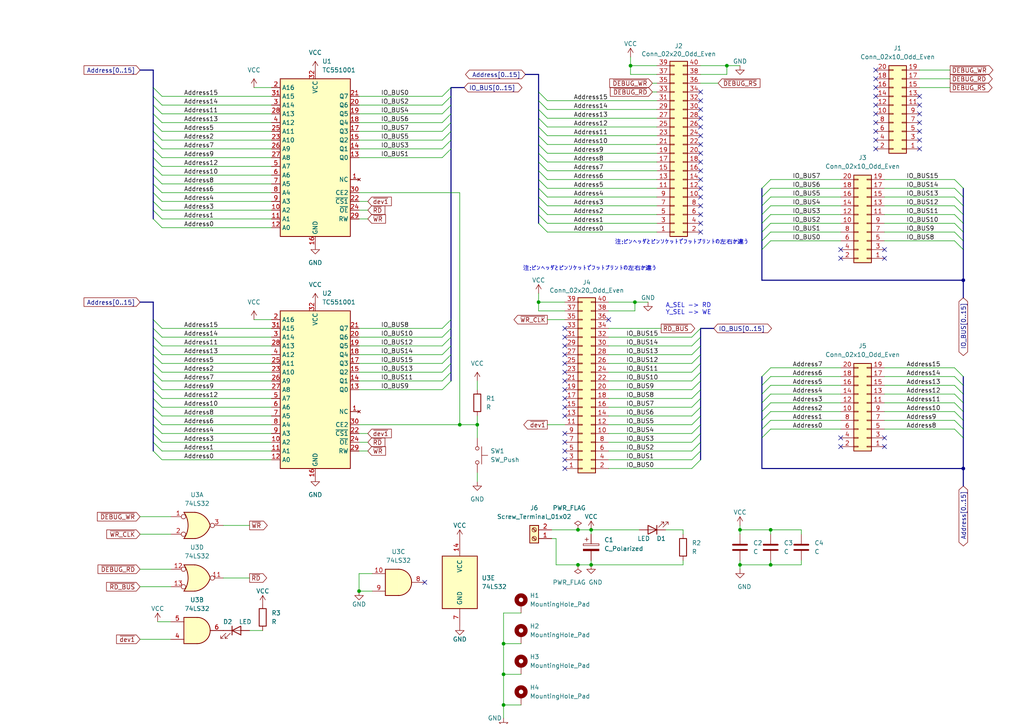
<source format=kicad_sch>
(kicad_sch (version 20211123) (generator eeschema)
  (paper "A4")
  (junction (at 146.05 204.47))
  (junction (at 184.15 87.63))
  (junction (at 146.05 186.69))
  (junction (at 104.14 171.45))
  (junction (at 171.45 163.83))
  (junction (at 223.52 153.67))
  (junction (at 167.64 163.83))
  (junction (at 156.21 87.63))
  (junction (at 279.4 81.28))
  (junction (at 279.4 135.89))
  (junction (at 171.45 153.67))
  (junction (at 214.63 163.83))
  (junction (at 133.35 123.19))
  (junction (at 167.64 153.67))
  (junction (at 182.88 19.05))
  (junction (at 210.82 19.05))
  (junction (at 214.63 153.67))
  (junction (at 138.43 123.19))
  (junction (at 223.52 163.83))
  (junction (at 146.05 195.58))
  (no_connect (at 163.83 107.95))
  (no_connect (at 203.2 29.21))
  (no_connect (at 203.2 62.23))
  (no_connect (at 243.84 127))
  (no_connect (at 243.84 72.39))
  (no_connect (at 203.2 36.83))
  (no_connect (at 243.84 129.54))
  (no_connect (at 254 43.18))
  (no_connect (at 163.83 100.33))
  (no_connect (at 203.2 59.69))
  (no_connect (at 203.2 46.99))
  (no_connect (at 163.83 115.57))
  (no_connect (at 203.2 67.31))
  (no_connect (at 203.2 57.15))
  (no_connect (at 266.7 40.64))
  (no_connect (at 163.83 95.25))
  (no_connect (at 176.53 92.71))
  (no_connect (at 256.54 129.54))
  (no_connect (at 203.2 54.61))
  (no_connect (at 163.83 110.49))
  (no_connect (at 266.7 43.18))
  (no_connect (at 254 40.64))
  (no_connect (at 243.84 74.93))
  (no_connect (at 203.2 44.45))
  (no_connect (at 254 38.1))
  (no_connect (at 266.7 30.48))
  (no_connect (at 254 33.02))
  (no_connect (at 254 35.56))
  (no_connect (at 266.7 27.94))
  (no_connect (at 254 25.4))
  (no_connect (at 254 27.94))
  (no_connect (at 254 20.32))
  (no_connect (at 254 22.86))
  (no_connect (at 266.7 38.1))
  (no_connect (at 266.7 35.56))
  (no_connect (at 266.7 33.02))
  (no_connect (at 123.19 168.91))
  (no_connect (at 203.2 39.37))
  (no_connect (at 163.83 102.87))
  (no_connect (at 254 30.48))
  (no_connect (at 203.2 31.75))
  (no_connect (at 163.83 128.27))
  (no_connect (at 163.83 130.81))
  (no_connect (at 163.83 133.35))
  (no_connect (at 163.83 125.73))
  (no_connect (at 163.83 135.89))
  (no_connect (at 163.83 113.03))
  (no_connect (at 203.2 26.67))
  (no_connect (at 256.54 127))
  (no_connect (at 203.2 34.29))
  (no_connect (at 163.83 97.79))
  (no_connect (at 163.83 105.41))
  (no_connect (at 163.83 120.65))
  (no_connect (at 256.54 72.39))
  (no_connect (at 203.2 64.77))
  (no_connect (at 203.2 49.53))
  (no_connect (at 163.83 118.11))
  (no_connect (at 256.54 74.93))
  (no_connect (at 203.2 52.07))
  (no_connect (at 203.2 41.91))
  (bus_entry (at 44.45 123.19) (size 2.54 2.54))
  (bus_entry (at 203.2 113.03) (size -2.54 2.54))
  (bus_entry (at 156.21 41.91) (size 2.54 2.54))
  (bus_entry (at 130.81 97.79) (size -2.54 2.54))
  (bus_entry (at 276.86 121.92) (size 2.54 2.54))
  (bus_entry (at 203.2 133.35) (size -2.54 2.54))
  (bus_entry (at 276.86 64.77) (size 2.54 2.54))
  (bus_entry (at 130.81 95.25) (size -2.54 2.54))
  (bus_entry (at 220.98 116.84) (size 2.54 -2.54))
  (bus_entry (at 220.98 62.23) (size 2.54 -2.54))
  (bus_entry (at 220.98 72.39) (size 2.54 -2.54))
  (bus_entry (at 276.86 54.61) (size 2.54 2.54))
  (bus_entry (at 130.81 107.95) (size -2.54 2.54))
  (bus_entry (at 220.98 111.76) (size 2.54 -2.54))
  (bus_entry (at 203.2 115.57) (size -2.54 2.54))
  (bus_entry (at 276.86 116.84) (size 2.54 2.54))
  (bus_entry (at 203.2 107.95) (size -2.54 2.54))
  (bus_entry (at 156.21 39.37) (size 2.54 2.54))
  (bus_entry (at 276.86 109.22) (size 2.54 2.54))
  (bus_entry (at 130.81 38.1) (size -2.54 2.54))
  (bus_entry (at 203.2 105.41) (size -2.54 2.54))
  (bus_entry (at 276.86 57.15) (size 2.54 2.54))
  (bus_entry (at 220.98 67.31) (size 2.54 -2.54))
  (bus_entry (at 203.2 123.19) (size -2.54 2.54))
  (bus_entry (at 156.21 62.23) (size 2.54 2.54))
  (bus_entry (at 156.21 34.29) (size 2.54 2.54))
  (bus_entry (at 156.21 46.99) (size 2.54 2.54))
  (bus_entry (at 156.21 49.53) (size 2.54 2.54))
  (bus_entry (at 44.45 30.48) (size 2.54 2.54))
  (bus_entry (at 130.81 92.71) (size -2.54 2.54))
  (bus_entry (at 203.2 120.65) (size -2.54 2.54))
  (bus_entry (at 156.21 52.07) (size 2.54 2.54))
  (bus_entry (at 156.21 44.45) (size 2.54 2.54))
  (bus_entry (at 203.2 95.25) (size -2.54 2.54))
  (bus_entry (at 220.98 114.3) (size 2.54 -2.54))
  (bus_entry (at 220.98 109.22) (size 2.54 -2.54))
  (bus_entry (at 203.2 102.87) (size -2.54 2.54))
  (bus_entry (at 44.45 55.88) (size 2.54 2.54))
  (bus_entry (at 156.21 36.83) (size 2.54 2.54))
  (bus_entry (at 203.2 110.49) (size -2.54 2.54))
  (bus_entry (at 220.98 127) (size 2.54 -2.54))
  (bus_entry (at 44.45 113.03) (size 2.54 2.54))
  (bus_entry (at 44.45 63.5) (size 2.54 2.54))
  (bus_entry (at 44.45 58.42) (size 2.54 2.54))
  (bus_entry (at 130.81 110.49) (size -2.54 2.54))
  (bus_entry (at 130.81 30.48) (size -2.54 2.54))
  (bus_entry (at 44.45 43.18) (size 2.54 2.54))
  (bus_entry (at 220.98 69.85) (size 2.54 -2.54))
  (bus_entry (at 276.86 59.69) (size 2.54 2.54))
  (bus_entry (at 276.86 124.46) (size 2.54 2.54))
  (bus_entry (at 44.45 27.94) (size 2.54 2.54))
  (bus_entry (at 203.2 128.27) (size -2.54 2.54))
  (bus_entry (at 44.45 110.49) (size 2.54 2.54))
  (bus_entry (at 156.21 26.67) (size 2.54 2.54))
  (bus_entry (at 276.86 67.31) (size 2.54 2.54))
  (bus_entry (at 44.45 45.72) (size 2.54 2.54))
  (bus_entry (at 276.86 52.07) (size 2.54 2.54))
  (bus_entry (at 276.86 106.68) (size 2.54 2.54))
  (bus_entry (at 220.98 59.69) (size 2.54 -2.54))
  (bus_entry (at 44.45 100.33) (size 2.54 2.54))
  (bus_entry (at 130.81 102.87) (size -2.54 2.54))
  (bus_entry (at 44.45 40.64) (size 2.54 2.54))
  (bus_entry (at 44.45 50.8) (size 2.54 2.54))
  (bus_entry (at 203.2 100.33) (size -2.54 2.54))
  (bus_entry (at 44.45 120.65) (size 2.54 2.54))
  (bus_entry (at 203.2 125.73) (size -2.54 2.54))
  (bus_entry (at 156.21 29.21) (size 2.54 2.54))
  (bus_entry (at 44.45 105.41) (size 2.54 2.54))
  (bus_entry (at 44.45 128.27) (size 2.54 2.54))
  (bus_entry (at 130.81 25.4) (size -2.54 2.54))
  (bus_entry (at 130.81 43.18) (size -2.54 2.54))
  (bus_entry (at 44.45 25.4) (size 2.54 2.54))
  (bus_entry (at 44.45 107.95) (size 2.54 2.54))
  (bus_entry (at 44.45 125.73) (size 2.54 2.54))
  (bus_entry (at 44.45 60.96) (size 2.54 2.54))
  (bus_entry (at 44.45 53.34) (size 2.54 2.54))
  (bus_entry (at 156.21 54.61) (size 2.54 2.54))
  (bus_entry (at 220.98 121.92) (size 2.54 -2.54))
  (bus_entry (at 130.81 105.41) (size -2.54 2.54))
  (bus_entry (at 220.98 57.15) (size 2.54 -2.54))
  (bus_entry (at 44.45 115.57) (size 2.54 2.54))
  (bus_entry (at 220.98 54.61) (size 2.54 -2.54))
  (bus_entry (at 44.45 92.71) (size 2.54 2.54))
  (bus_entry (at 44.45 130.81) (size 2.54 2.54))
  (bus_entry (at 156.21 59.69) (size 2.54 2.54))
  (bus_entry (at 130.81 33.02) (size -2.54 2.54))
  (bus_entry (at 220.98 64.77) (size 2.54 -2.54))
  (bus_entry (at 44.45 118.11) (size 2.54 2.54))
  (bus_entry (at 44.45 35.56) (size 2.54 2.54))
  (bus_entry (at 156.21 31.75) (size 2.54 2.54))
  (bus_entry (at 156.21 64.77) (size 2.54 2.54))
  (bus_entry (at 44.45 97.79) (size 2.54 2.54))
  (bus_entry (at 276.86 62.23) (size 2.54 2.54))
  (bus_entry (at 276.86 114.3) (size 2.54 2.54))
  (bus_entry (at 203.2 130.81) (size -2.54 2.54))
  (bus_entry (at 44.45 95.25) (size 2.54 2.54))
  (bus_entry (at 276.86 111.76) (size 2.54 2.54))
  (bus_entry (at 203.2 97.79) (size -2.54 2.54))
  (bus_entry (at 130.81 100.33) (size -2.54 2.54))
  (bus_entry (at 220.98 124.46) (size 2.54 -2.54))
  (bus_entry (at 220.98 119.38) (size 2.54 -2.54))
  (bus_entry (at 130.81 27.94) (size -2.54 2.54))
  (bus_entry (at 276.86 119.38) (size 2.54 2.54))
  (bus_entry (at 44.45 48.26) (size 2.54 2.54))
  (bus_entry (at 44.45 102.87) (size 2.54 2.54))
  (bus_entry (at 276.86 69.85) (size 2.54 2.54))
  (bus_entry (at 44.45 38.1) (size 2.54 2.54))
  (bus_entry (at 130.81 35.56) (size -2.54 2.54))
  (bus_entry (at 130.81 40.64) (size -2.54 2.54))
  (bus_entry (at 44.45 33.02) (size 2.54 2.54))
  (bus_entry (at 203.2 118.11) (size -2.54 2.54))
  (bus_entry (at 156.21 57.15) (size 2.54 2.54))
  (wire (pts (xy 223.52 163.83) (xy 232.41 163.83)))
  (wire (pts (xy 214.63 153.67) (xy 214.63 152.4)))
  (wire (pts (xy 182.88 16.51) (xy 182.88 19.05)))
  (wire (pts (xy 46.99 40.64) (xy 78.74 40.64)))
  (bus (pts (xy 44.45 33.02) (xy 44.45 35.56)))
  (bus (pts (xy 130.81 40.64) (xy 130.81 43.18)))
  (wire (pts (xy 46.99 53.34) (xy 78.74 53.34)))
  (wire (pts (xy 171.45 163.83) (xy 198.12 163.83)))
  (wire (pts (xy 46.99 102.87) (xy 78.74 102.87)))
  (bus (pts (xy 220.98 124.46) (xy 220.98 127)))
  (bus (pts (xy 44.45 87.63) (xy 44.45 92.71)))
  (wire (pts (xy 128.27 43.18) (xy 104.14 43.18)))
  (bus (pts (xy 220.98 111.76) (xy 220.98 114.3)))
  (wire (pts (xy 214.63 163.83) (xy 223.52 163.83)))
  (wire (pts (xy 128.27 102.87) (xy 104.14 102.87)))
  (wire (pts (xy 223.52 119.38) (xy 243.84 119.38)))
  (bus (pts (xy 220.98 119.38) (xy 220.98 121.92)))
  (wire (pts (xy 223.52 67.31) (xy 243.84 67.31)))
  (wire (pts (xy 200.66 130.81) (xy 176.53 130.81)))
  (bus (pts (xy 130.81 102.87) (xy 130.81 105.41)))
  (wire (pts (xy 146.05 186.69) (xy 151.13 186.69)))
  (wire (pts (xy 158.75 49.53) (xy 190.5 49.53)))
  (bus (pts (xy 220.98 72.39) (xy 220.98 81.28)))
  (wire (pts (xy 158.75 92.71) (xy 163.83 92.71)))
  (bus (pts (xy 279.4 124.46) (xy 279.4 127)))
  (wire (pts (xy 46.99 118.11) (xy 78.74 118.11)))
  (bus (pts (xy 220.98 67.31) (xy 220.98 69.85)))
  (wire (pts (xy 46.99 58.42) (xy 78.74 58.42)))
  (wire (pts (xy 46.99 33.02) (xy 78.74 33.02)))
  (bus (pts (xy 279.4 54.61) (xy 279.4 57.15)))
  (wire (pts (xy 73.66 25.4) (xy 78.74 25.4)))
  (wire (pts (xy 256.54 121.92) (xy 276.86 121.92)))
  (wire (pts (xy 208.28 24.13) (xy 203.2 24.13)))
  (bus (pts (xy 44.45 113.03) (xy 44.45 115.57)))
  (wire (pts (xy 200.66 133.35) (xy 176.53 133.35)))
  (bus (pts (xy 44.45 35.56) (xy 44.45 38.1)))
  (bus (pts (xy 203.2 120.65) (xy 203.2 123.19)))
  (wire (pts (xy 106.68 128.27) (xy 104.14 128.27)))
  (wire (pts (xy 214.63 153.67) (xy 214.63 154.94)))
  (wire (pts (xy 46.99 43.18) (xy 78.74 43.18)))
  (bus (pts (xy 203.2 125.73) (xy 203.2 128.27)))
  (wire (pts (xy 46.99 45.72) (xy 78.74 45.72)))
  (wire (pts (xy 190.5 21.59) (xy 182.88 21.59)))
  (wire (pts (xy 200.66 110.49) (xy 176.53 110.49)))
  (bus (pts (xy 44.45 48.26) (xy 44.45 50.8)))
  (bus (pts (xy 220.98 127) (xy 220.98 135.89)))
  (wire (pts (xy 256.54 54.61) (xy 276.86 54.61)))
  (wire (pts (xy 214.63 162.56) (xy 214.63 163.83)))
  (bus (pts (xy 220.98 54.61) (xy 220.98 57.15)))
  (bus (pts (xy 279.4 72.39) (xy 279.4 81.28)))
  (bus (pts (xy 44.45 120.65) (xy 44.45 123.19)))
  (bus (pts (xy 203.2 115.57) (xy 203.2 118.11)))
  (bus (pts (xy 44.45 100.33) (xy 44.45 102.87)))
  (bus (pts (xy 279.4 111.76) (xy 279.4 114.3)))
  (bus (pts (xy 156.21 57.15) (xy 156.21 59.69)))
  (bus (pts (xy 156.21 52.07) (xy 156.21 54.61)))
  (bus (pts (xy 44.45 50.8) (xy 44.45 53.34)))
  (wire (pts (xy 40.64 149.86) (xy 49.53 149.86)))
  (bus (pts (xy 44.45 118.11) (xy 44.45 120.65)))
  (bus (pts (xy 44.45 27.94) (xy 44.45 30.48)))
  (wire (pts (xy 223.52 106.68) (xy 243.84 106.68)))
  (wire (pts (xy 193.04 153.67) (xy 198.12 153.67)))
  (bus (pts (xy 156.21 34.29) (xy 156.21 36.83)))
  (wire (pts (xy 161.29 163.83) (xy 167.64 163.83)))
  (wire (pts (xy 156.21 85.09) (xy 156.21 87.63)))
  (wire (pts (xy 200.66 135.89) (xy 176.53 135.89)))
  (wire (pts (xy 161.29 156.21) (xy 161.29 163.83)))
  (bus (pts (xy 44.45 97.79) (xy 44.45 100.33)))
  (wire (pts (xy 200.66 107.95) (xy 176.53 107.95)))
  (wire (pts (xy 256.54 52.07) (xy 276.86 52.07)))
  (bus (pts (xy 220.98 69.85) (xy 220.98 72.39)))
  (wire (pts (xy 158.75 36.83) (xy 190.5 36.83)))
  (wire (pts (xy 106.68 63.5) (xy 104.14 63.5)))
  (wire (pts (xy 46.99 48.26) (xy 78.74 48.26)))
  (wire (pts (xy 128.27 110.49) (xy 104.14 110.49)))
  (wire (pts (xy 146.05 204.47) (xy 146.05 208.28)))
  (bus (pts (xy 44.45 92.71) (xy 44.45 95.25)))
  (bus (pts (xy 203.2 102.87) (xy 203.2 105.41)))
  (wire (pts (xy 128.27 100.33) (xy 104.14 100.33)))
  (wire (pts (xy 76.2 182.88) (xy 72.39 182.88)))
  (wire (pts (xy 158.75 44.45) (xy 190.5 44.45)))
  (wire (pts (xy 40.64 170.18) (xy 49.53 170.18)))
  (wire (pts (xy 46.99 97.79) (xy 78.74 97.79)))
  (wire (pts (xy 223.52 69.85) (xy 243.84 69.85)))
  (bus (pts (xy 203.2 97.79) (xy 203.2 100.33)))
  (bus (pts (xy 279.4 127) (xy 279.4 135.89)))
  (wire (pts (xy 256.54 64.77) (xy 276.86 64.77)))
  (wire (pts (xy 200.66 125.73) (xy 176.53 125.73)))
  (wire (pts (xy 223.52 62.23) (xy 243.84 62.23)))
  (bus (pts (xy 220.98 109.22) (xy 220.98 111.76)))
  (bus (pts (xy 203.2 95.25) (xy 203.2 97.79)))
  (bus (pts (xy 279.4 69.85) (xy 279.4 72.39)))
  (wire (pts (xy 223.52 52.07) (xy 243.84 52.07)))
  (bus (pts (xy 44.45 110.49) (xy 44.45 113.03)))
  (bus (pts (xy 203.2 110.49) (xy 203.2 113.03)))
  (bus (pts (xy 44.45 115.57) (xy 44.45 118.11)))
  (bus (pts (xy 203.2 128.27) (xy 203.2 130.81)))
  (bus (pts (xy 44.45 107.95) (xy 44.45 110.49)))
  (bus (pts (xy 130.81 100.33) (xy 130.81 102.87)))
  (bus (pts (xy 220.98 64.77) (xy 220.98 67.31)))
  (bus (pts (xy 130.81 33.02) (xy 130.81 35.56)))
  (wire (pts (xy 232.41 162.56) (xy 232.41 163.83)))
  (bus (pts (xy 203.2 130.81) (xy 203.2 133.35)))
  (wire (pts (xy 104.14 166.37) (xy 104.14 171.45)))
  (wire (pts (xy 256.54 106.68) (xy 276.86 106.68)))
  (bus (pts (xy 130.81 30.48) (xy 130.81 33.02)))
  (wire (pts (xy 171.45 153.67) (xy 171.45 154.94)))
  (wire (pts (xy 46.99 107.95) (xy 78.74 107.95)))
  (bus (pts (xy 156.21 59.69) (xy 156.21 62.23)))
  (bus (pts (xy 130.81 38.1) (xy 130.81 40.64)))
  (wire (pts (xy 158.75 123.19) (xy 163.83 123.19)))
  (bus (pts (xy 44.45 20.32) (xy 44.45 25.4)))
  (wire (pts (xy 128.27 35.56) (xy 104.14 35.56)))
  (wire (pts (xy 46.99 30.48) (xy 78.74 30.48)))
  (wire (pts (xy 200.66 113.03) (xy 176.53 113.03)))
  (bus (pts (xy 44.45 30.48) (xy 44.45 33.02)))
  (wire (pts (xy 106.68 125.73) (xy 104.14 125.73)))
  (wire (pts (xy 200.66 105.41) (xy 176.53 105.41)))
  (bus (pts (xy 134.62 25.4) (xy 130.81 25.4)))
  (wire (pts (xy 210.82 21.59) (xy 203.2 21.59)))
  (wire (pts (xy 158.75 39.37) (xy 190.5 39.37)))
  (bus (pts (xy 279.4 62.23) (xy 279.4 64.77)))
  (wire (pts (xy 232.41 154.94) (xy 232.41 153.67)))
  (wire (pts (xy 198.12 162.56) (xy 198.12 163.83)))
  (wire (pts (xy 146.05 195.58) (xy 146.05 204.47)))
  (bus (pts (xy 156.21 21.59) (xy 156.21 26.67)))
  (bus (pts (xy 156.21 46.99) (xy 156.21 49.53)))
  (wire (pts (xy 46.99 55.88) (xy 78.74 55.88)))
  (bus (pts (xy 44.45 123.19) (xy 44.45 125.73)))
  (wire (pts (xy 104.14 171.45) (xy 107.95 171.45)))
  (wire (pts (xy 40.64 185.42) (xy 49.53 185.42)))
  (wire (pts (xy 46.99 125.73) (xy 78.74 125.73)))
  (wire (pts (xy 46.99 100.33) (xy 78.74 100.33)))
  (wire (pts (xy 46.99 115.57) (xy 78.74 115.57)))
  (bus (pts (xy 130.81 92.71) (xy 130.81 95.25)))
  (wire (pts (xy 184.15 87.63) (xy 176.53 87.63)))
  (wire (pts (xy 138.43 120.65) (xy 138.43 123.19)))
  (bus (pts (xy 44.45 38.1) (xy 44.45 40.64)))
  (wire (pts (xy 214.63 19.05) (xy 210.82 19.05)))
  (wire (pts (xy 46.99 50.8) (xy 78.74 50.8)))
  (wire (pts (xy 158.75 41.91) (xy 190.5 41.91)))
  (wire (pts (xy 256.54 116.84) (xy 276.86 116.84)))
  (wire (pts (xy 158.75 52.07) (xy 190.5 52.07)))
  (wire (pts (xy 214.63 163.83) (xy 214.63 165.1)))
  (wire (pts (xy 200.66 97.79) (xy 176.53 97.79)))
  (wire (pts (xy 200.66 102.87) (xy 176.53 102.87)))
  (wire (pts (xy 232.41 153.67) (xy 223.52 153.67)))
  (wire (pts (xy 133.35 55.88) (xy 133.35 123.19)))
  (wire (pts (xy 133.35 123.19) (xy 138.43 123.19)))
  (wire (pts (xy 160.02 156.21) (xy 161.29 156.21)))
  (bus (pts (xy 279.4 64.77) (xy 279.4 67.31)))
  (wire (pts (xy 45.72 180.34) (xy 49.53 180.34)))
  (wire (pts (xy 158.75 31.75) (xy 190.5 31.75)))
  (wire (pts (xy 158.75 59.69) (xy 190.5 59.69)))
  (wire (pts (xy 128.27 33.02) (xy 104.14 33.02)))
  (bus (pts (xy 40.64 20.32) (xy 44.45 20.32)))
  (bus (pts (xy 44.45 105.41) (xy 44.45 107.95)))
  (wire (pts (xy 46.99 113.03) (xy 78.74 113.03)))
  (wire (pts (xy 146.05 204.47) (xy 151.13 204.47)))
  (bus (pts (xy 220.98 116.84) (xy 220.98 119.38)))
  (wire (pts (xy 106.68 130.81) (xy 104.14 130.81)))
  (bus (pts (xy 156.21 62.23) (xy 156.21 64.77)))
  (bus (pts (xy 40.64 87.63) (xy 44.45 87.63)))
  (bus (pts (xy 279.4 116.84) (xy 279.4 119.38)))
  (wire (pts (xy 128.27 40.64) (xy 104.14 40.64)))
  (wire (pts (xy 40.64 154.94) (xy 49.53 154.94)))
  (wire (pts (xy 185.42 153.67) (xy 171.45 153.67)))
  (wire (pts (xy 167.64 163.83) (xy 171.45 163.83)))
  (bus (pts (xy 203.2 100.33) (xy 203.2 102.87)))
  (bus (pts (xy 279.4 67.31) (xy 279.4 69.85)))
  (wire (pts (xy 223.52 59.69) (xy 243.84 59.69)))
  (wire (pts (xy 200.66 120.65) (xy 176.53 120.65)))
  (bus (pts (xy 130.81 35.56) (xy 130.81 38.1)))
  (wire (pts (xy 256.54 69.85) (xy 276.86 69.85)))
  (bus (pts (xy 130.81 97.79) (xy 130.81 100.33)))
  (bus (pts (xy 44.45 128.27) (xy 44.45 130.81)))
  (wire (pts (xy 184.15 90.17) (xy 176.53 90.17)))
  (bus (pts (xy 130.81 105.41) (xy 130.81 107.95)))
  (wire (pts (xy 163.83 87.63) (xy 156.21 87.63)))
  (wire (pts (xy 210.82 19.05) (xy 203.2 19.05)))
  (wire (pts (xy 158.75 62.23) (xy 190.5 62.23)))
  (wire (pts (xy 256.54 67.31) (xy 276.86 67.31)))
  (bus (pts (xy 156.21 41.91) (xy 156.21 44.45)))
  (bus (pts (xy 156.21 54.61) (xy 156.21 57.15)))
  (bus (pts (xy 130.81 27.94) (xy 130.81 30.48)))
  (wire (pts (xy 128.27 27.94) (xy 104.14 27.94)))
  (wire (pts (xy 256.54 62.23) (xy 276.86 62.23)))
  (bus (pts (xy 220.98 62.23) (xy 220.98 64.77)))
  (wire (pts (xy 104.14 123.19) (xy 133.35 123.19)))
  (bus (pts (xy 44.45 40.64) (xy 44.45 43.18)))
  (wire (pts (xy 223.52 162.56) (xy 223.52 163.83)))
  (bus (pts (xy 44.45 95.25) (xy 44.45 97.79)))
  (wire (pts (xy 40.64 165.1) (xy 49.53 165.1)))
  (wire (pts (xy 210.82 19.05) (xy 210.82 21.59)))
  (wire (pts (xy 191.77 95.25) (xy 176.53 95.25)))
  (wire (pts (xy 200.66 100.33) (xy 176.53 100.33)))
  (wire (pts (xy 46.99 60.96) (xy 78.74 60.96)))
  (wire (pts (xy 138.43 110.49) (xy 138.43 113.03)))
  (bus (pts (xy 203.2 118.11) (xy 203.2 120.65)))
  (wire (pts (xy 106.68 58.42) (xy 104.14 58.42)))
  (wire (pts (xy 200.66 123.19) (xy 176.53 123.19)))
  (bus (pts (xy 279.4 81.28) (xy 279.4 86.36)))
  (wire (pts (xy 128.27 113.03) (xy 104.14 113.03)))
  (wire (pts (xy 46.99 66.04) (xy 78.74 66.04)))
  (bus (pts (xy 44.45 58.42) (xy 44.45 60.96)))
  (wire (pts (xy 46.99 38.1) (xy 78.74 38.1)))
  (wire (pts (xy 73.66 92.71) (xy 78.74 92.71)))
  (bus (pts (xy 156.21 39.37) (xy 156.21 41.91)))
  (wire (pts (xy 138.43 139.7) (xy 138.43 137.16)))
  (wire (pts (xy 190.5 24.13) (xy 189.23 24.13)))
  (wire (pts (xy 223.52 109.22) (xy 243.84 109.22)))
  (wire (pts (xy 46.99 110.49) (xy 78.74 110.49)))
  (bus (pts (xy 203.2 113.03) (xy 203.2 115.57)))
  (bus (pts (xy 220.98 59.69) (xy 220.98 62.23)))
  (wire (pts (xy 200.66 128.27) (xy 176.53 128.27)))
  (bus (pts (xy 156.21 26.67) (xy 156.21 29.21)))
  (wire (pts (xy 128.27 95.25) (xy 104.14 95.25)))
  (wire (pts (xy 223.52 124.46) (xy 243.84 124.46)))
  (wire (pts (xy 275.59 22.86) (xy 266.7 22.86)))
  (bus (pts (xy 220.98 135.89) (xy 279.4 135.89)))
  (wire (pts (xy 128.27 105.41) (xy 104.14 105.41)))
  (wire (pts (xy 223.52 114.3) (xy 243.84 114.3)))
  (wire (pts (xy 128.27 30.48) (xy 104.14 30.48)))
  (wire (pts (xy 198.12 153.67) (xy 198.12 154.94)))
  (wire (pts (xy 138.43 123.19) (xy 138.43 127)))
  (wire (pts (xy 158.75 57.15) (xy 190.5 57.15)))
  (bus (pts (xy 130.81 95.25) (xy 130.81 97.79)))
  (wire (pts (xy 200.66 115.57) (xy 176.53 115.57)))
  (bus (pts (xy 44.45 55.88) (xy 44.45 58.42)))
  (bus (pts (xy 220.98 81.28) (xy 279.4 81.28)))
  (bus (pts (xy 203.2 107.95) (xy 203.2 110.49)))
  (wire (pts (xy 223.52 153.67) (xy 214.63 153.67)))
  (bus (pts (xy 156.21 36.83) (xy 156.21 39.37)))
  (wire (pts (xy 46.99 95.25) (xy 78.74 95.25)))
  (bus (pts (xy 156.21 29.21) (xy 156.21 31.75)))
  (wire (pts (xy 107.95 166.37) (xy 104.14 166.37)))
  (wire (pts (xy 256.54 57.15) (xy 276.86 57.15)))
  (wire (pts (xy 223.52 111.76) (xy 243.84 111.76)))
  (bus (pts (xy 156.21 31.75) (xy 156.21 34.29)))
  (wire (pts (xy 46.99 105.41) (xy 78.74 105.41)))
  (wire (pts (xy 46.99 120.65) (xy 78.74 120.65)))
  (bus (pts (xy 279.4 59.69) (xy 279.4 62.23)))
  (wire (pts (xy 146.05 195.58) (xy 151.13 195.58)))
  (bus (pts (xy 279.4 121.92) (xy 279.4 124.46)))
  (bus (pts (xy 279.4 114.3) (xy 279.4 116.84)))
  (wire (pts (xy 158.75 64.77) (xy 190.5 64.77)))
  (wire (pts (xy 187.96 87.63) (xy 184.15 87.63)))
  (wire (pts (xy 158.75 46.99) (xy 190.5 46.99)))
  (bus (pts (xy 207.01 95.25) (xy 203.2 95.25)))
  (bus (pts (xy 44.45 125.73) (xy 44.45 128.27)))
  (wire (pts (xy 46.99 130.81) (xy 78.74 130.81)))
  (wire (pts (xy 128.27 38.1) (xy 104.14 38.1)))
  (bus (pts (xy 220.98 114.3) (xy 220.98 116.84)))
  (wire (pts (xy 223.52 57.15) (xy 243.84 57.15)))
  (bus (pts (xy 220.98 57.15) (xy 220.98 59.69)))
  (wire (pts (xy 223.52 121.92) (xy 243.84 121.92)))
  (bus (pts (xy 203.2 105.41) (xy 203.2 107.95)))
  (bus (pts (xy 130.81 25.4) (xy 130.81 27.94)))
  (wire (pts (xy 256.54 124.46) (xy 276.86 124.46)))
  (wire (pts (xy 146.05 177.8) (xy 146.05 186.69)))
  (wire (pts (xy 64.77 167.64) (xy 72.39 167.64)))
  (bus (pts (xy 279.4 57.15) (xy 279.4 59.69)))
  (wire (pts (xy 184.15 87.63) (xy 184.15 90.17)))
  (wire (pts (xy 256.54 114.3) (xy 276.86 114.3)))
  (wire (pts (xy 158.75 29.21) (xy 190.5 29.21)))
  (wire (pts (xy 128.27 107.95) (xy 104.14 107.95)))
  (bus (pts (xy 44.45 60.96) (xy 44.45 63.5)))
  (wire (pts (xy 64.77 152.4) (xy 72.39 152.4)))
  (wire (pts (xy 46.99 35.56) (xy 78.74 35.56)))
  (bus (pts (xy 44.45 53.34) (xy 44.45 55.88)))
  (wire (pts (xy 160.02 153.67) (xy 167.64 153.67)))
  (wire (pts (xy 200.66 118.11) (xy 176.53 118.11)))
  (wire (pts (xy 46.99 27.94) (xy 78.74 27.94)))
  (bus (pts (xy 279.4 109.22) (xy 279.4 111.76)))
  (wire (pts (xy 190.5 26.67) (xy 189.23 26.67)))
  (wire (pts (xy 223.52 116.84) (xy 243.84 116.84)))
  (bus (pts (xy 156.21 44.45) (xy 156.21 46.99)))
  (wire (pts (xy 167.64 153.67) (xy 171.45 153.67)))
  (bus (pts (xy 130.81 43.18) (xy 130.81 92.71)))
  (bus (pts (xy 44.45 25.4) (xy 44.45 27.94)))
  (bus (pts (xy 44.45 45.72) (xy 44.45 48.26)))
  (wire (pts (xy 146.05 186.69) (xy 146.05 195.58)))
  (wire (pts (xy 106.68 60.96) (xy 104.14 60.96)))
  (bus (pts (xy 220.98 121.92) (xy 220.98 124.46)))
  (wire (pts (xy 128.27 45.72) (xy 104.14 45.72)))
  (bus (pts (xy 130.81 107.95) (xy 130.81 110.49)))
  (bus (pts (xy 203.2 123.19) (xy 203.2 125.73)))
  (wire (pts (xy 151.13 177.8) (xy 146.05 177.8)))
  (wire (pts (xy 158.75 54.61) (xy 190.5 54.61)))
  (wire (pts (xy 156.21 87.63) (xy 156.21 90.17)))
  (bus (pts (xy 152.4 21.59) (xy 156.21 21.59)))
  (wire (pts (xy 256.54 59.69) (xy 276.86 59.69)))
  (bus (pts (xy 279.4 119.38) (xy 279.4 121.92)))
  (wire (pts (xy 46.99 128.27) (xy 78.74 128.27)))
  (wire (pts (xy 256.54 119.38) (xy 276.86 119.38)))
  (wire (pts (xy 46.99 123.19) (xy 78.74 123.19)))
  (wire (pts (xy 158.75 34.29) (xy 190.5 34.29)))
  (bus (pts (xy 279.4 135.89) (xy 279.4 140.97)))
  (wire (pts (xy 275.59 25.4) (xy 266.7 25.4)))
  (wire (pts (xy 104.14 55.88) (xy 133.35 55.88)))
  (wire (pts (xy 190.5 19.05) (xy 182.88 19.05)))
  (wire (pts (xy 223.52 153.67) (xy 223.52 154.94)))
  (wire (pts (xy 163.83 90.17) (xy 156.21 90.17)))
  (wire (pts (xy 256.54 109.22) (xy 276.86 109.22)))
  (bus (pts (xy 156.21 49.53) (xy 156.21 52.07)))
  (wire (pts (xy 171.45 162.56) (xy 171.45 163.83)))
  (bus (pts (xy 44.45 43.18) (xy 44.45 45.72)))
  (wire (pts (xy 128.27 97.79) (xy 104.14 97.79)))
  (wire (pts (xy 223.52 64.77) (xy 243.84 64.77)))
  (wire (pts (xy 256.54 111.76) (xy 276.86 111.76)))
  (wire (pts (xy 182.88 19.05) (xy 182.88 21.59)))
  (wire (pts (xy 158.75 67.31) (xy 190.5 67.31)))
  (wire (pts (xy 275.59 20.32) (xy 266.7 20.32)))
  (bus (pts (xy 44.45 102.87) (xy 44.45 105.41)))
  (wire (pts (xy 46.99 63.5) (xy 78.74 63.5)))
  (wire (pts (xy 46.99 133.35) (xy 78.74 133.35)))
  (wire (pts (xy 223.52 54.61) (xy 243.84 54.61)))
  (text "注:ピンヘッダとピンソケットでフットプリントの左右が違う" (at 190.5 78.74 180) (effects (font (size 1.27 1.27)) (justify right bottom)))
  (text "A_SEL -> RD\nY_SEL -> WE" (at 193.04 91.44 0) (effects (font (size 1.27 1.27)) (justify left bottom)))
  (text "注:ピンヘッダとピンソケットでフットプリントの左右が違う" (at 217.17 71.12 180) (effects (font (size 1.27 1.27)) (justify right bottom)))
  (label "Address13" (at 53.34 102.87 0))
  (label "Address7" (at 53.34 43.18 0))
  (label "Address8" (at 53.34 53.34 0))
  (label "Address0" (at 229.87 124.46 0))
  (label "Address15" (at 262.89 106.68 0))
  (label "Address12" (at 53.34 48.26 0))
  (label "IO_BUS5" (at 229.87 57.15 0))
  (label "IO_BUS3" (at 110.49 43.18 0))
  (label "Address5" (at 53.34 38.1 0))
  (label "IO_BUS9" (at 110.49 113.03 0))
  (label "Address14" (at 166.37 31.75 0))
  (label "IO_BUS7" (at 229.87 52.07 0))
  (label "IO_BUS1" (at 181.61 133.35 0))
  (label "Address11" (at 262.89 116.84 0))
  (label "IO_BUS6" (at 181.61 120.65 0))
  (label "Address11" (at 53.34 100.33 0))
  (label "IO_BUS3" (at 229.87 62.23 0))
  (label "Address10" (at 53.34 118.11 0))
  (label "Address13" (at 53.34 35.56 0))
  (label "Address10" (at 262.89 119.38 0))
  (label "Address4" (at 53.34 125.73 0))
  (label "Address8" (at 262.89 124.46 0))
  (label "IO_BUS15" (at 262.89 52.07 0))
  (label "IO_BUS2" (at 229.87 64.77 0))
  (label "IO_BUS13" (at 181.61 102.87 0))
  (label "Address14" (at 53.34 97.79 0))
  (label "Address2" (at 53.34 40.64 0))
  (label "IO_BUS2" (at 181.61 130.81 0))
  (label "Address3" (at 53.34 60.96 0))
  (label "Address1" (at 53.34 130.81 0))
  (label "IO_BUS4" (at 229.87 59.69 0))
  (label "Address6" (at 229.87 109.22 0))
  (label "IO_BUS10" (at 110.49 97.79 0))
  (label "Address8" (at 166.37 46.99 0))
  (label "Address15" (at 53.34 95.25 0))
  (label "IO_BUS2" (at 110.49 30.48 0))
  (label "IO_BUS7" (at 110.49 38.1 0))
  (label "Address2" (at 53.34 107.95 0))
  (label "Address12" (at 262.89 114.3 0))
  (label "Address10" (at 166.37 41.91 0))
  (label "IO_BUS9" (at 262.89 67.31 0))
  (label "IO_BUS14" (at 262.89 54.61 0))
  (label "Address9" (at 53.34 45.72 0))
  (label "IO_BUS4" (at 110.49 33.02 0))
  (label "Address11" (at 53.34 33.02 0))
  (label "Address5" (at 53.34 105.41 0))
  (label "Address15" (at 53.34 27.94 0))
  (label "IO_BUS7" (at 181.61 118.11 0))
  (label "Address3" (at 229.87 116.84 0))
  (label "IO_BUS15" (at 110.49 105.41 0))
  (label "IO_BUS15" (at 181.61 97.79 0))
  (label "IO_BUS11" (at 262.89 62.23 0))
  (label "Address9" (at 262.89 121.92 0))
  (label "IO_BUS8" (at 262.89 69.85 0))
  (label "Address0" (at 166.37 67.31 0))
  (label "Address6" (at 53.34 55.88 0))
  (label "Address9" (at 53.34 113.03 0))
  (label "IO_BUS0" (at 229.87 69.85 0))
  (label "IO_BUS10" (at 262.89 64.77 0))
  (label "IO_BUS12" (at 262.89 59.69 0))
  (label "IO_BUS5" (at 181.61 123.19 0))
  (label "Address13" (at 262.89 111.76 0))
  (label "IO_BUS11" (at 110.49 110.49 0))
  (label "Address5" (at 166.37 54.61 0))
  (label "IO_BUS14" (at 110.49 102.87 0))
  (label "Address5" (at 229.87 111.76 0))
  (label "Address0" (at 53.34 133.35 0))
  (label "IO_BUS0" (at 181.61 135.89 0))
  (label "Address4" (at 53.34 58.42 0))
  (label "IO_BUS8" (at 110.49 95.25 0))
  (label "IO_BUS3" (at 181.61 128.27 0))
  (label "IO_BUS14" (at 181.61 100.33 0))
  (label "IO_BUS8" (at 181.61 115.57 0))
  (label "IO_BUS10" (at 181.61 110.49 0))
  (label "Address7" (at 229.87 106.68 0))
  (label "Address7" (at 166.37 49.53 0))
  (label "Address9" (at 166.37 44.45 0))
  (label "IO_BUS6" (at 229.87 54.61 0))
  (label "Address3" (at 166.37 59.69 0))
  (label "Address3" (at 53.34 128.27 0))
  (label "Address1" (at 53.34 63.5 0))
  (label "Address4" (at 166.37 57.15 0))
  (label "Address1" (at 229.87 121.92 0))
  (label "Address12" (at 166.37 36.83 0))
  (label "Address1" (at 166.37 64.77 0))
  (label "Address14" (at 262.89 109.22 0))
  (label "IO_BUS13" (at 262.89 57.15 0))
  (label "Address2" (at 229.87 119.38 0))
  (label "Address8" (at 53.34 120.65 0))
  (label "IO_BUS9" (at 181.61 113.03 0))
  (label "Address0" (at 53.34 66.04 0))
  (label "IO_BUS12" (at 110.49 100.33 0))
  (label "Address6" (at 53.34 123.19 0))
  (label "IO_BUS12" (at 181.61 105.41 0))
  (label "Address11" (at 166.37 39.37 0))
  (label "Address10" (at 53.34 50.8 0))
  (label "Address2" (at 166.37 62.23 0))
  (label "IO_BUS1" (at 229.87 67.31 0))
  (label "Address15" (at 166.37 29.21 0))
  (label "Address4" (at 229.87 114.3 0))
  (label "IO_BUS13" (at 110.49 107.95 0))
  (label "IO_BUS4" (at 181.61 125.73 0))
  (label "Address12" (at 53.34 115.57 0))
  (label "Address14" (at 53.34 30.48 0))
  (label "Address7" (at 53.34 110.49 0))
  (label "Address6" (at 166.37 52.07 0))
  (label "IO_BUS0" (at 110.49 27.94 0))
  (label "IO_BUS11" (at 181.61 107.95 0))
  (label "IO_BUS6" (at 110.49 35.56 0))
  (label "IO_BUS5" (at 110.49 40.64 0))
  (label "IO_BUS1" (at 110.49 45.72 0))
  (label "Address13" (at 166.37 34.29 0))
  (global_label "~{WR}" (shape output) (at 72.39 152.4 0) (property "Intersheet References" "${INTERSHEET_REFS}" (effects hide)))
  (global_label "Address[0..15]" (shape input) (at 40.64 87.63 180) (property "Intersheet References" "${INTERSHEET_REFS}" (effects hide)))
  (global_label "IO_BUS[0..15]" (shape bidirectional) (at 279.4 86.36 270) (property "Intersheet References" "${INTERSHEET_REFS}" (effects hide)))
  (global_label "~{WR_CLK}" (shape output) (at 158.75 92.71 180) (property "Intersheet References" "${INTERSHEET_REFS}" (effects hide)))
  (global_label "~{WR}" (shape input) (at 106.68 63.5 0) (property "Intersheet References" "${INTERSHEET_REFS}" (effects hide)))
  (global_label "~{DEBUG_RS}" (shape output) (at 275.59 25.4 0) (property "Intersheet References" "${INTERSHEET_REFS}" (effects hide)))
  (global_label "IO_BUS[0..15]" (shape bidirectional) (at 207.01 95.25 0) (property "Intersheet References" "${INTERSHEET_REFS}" (effects hide)))
  (global_label "Address[0..15]" (shape tri_state) (at 152.4 21.59 180) (property "Intersheet References" "${INTERSHEET_REFS}" (effects hide)))
  (global_label "~{DEBUG_WR}" (shape input) (at 40.64 149.86 180) (property "Intersheet References" "${INTERSHEET_REFS}" (effects hide)))
  (global_label "~{DEBUG_WR}" (shape input) (at 189.23 24.13 180) (property "Intersheet References" "${INTERSHEET_REFS}" (effects hide)))
  (global_label "~{RD_BUS}" (shape input) (at 40.64 170.18 180) (property "Intersheet References" "${INTERSHEET_REFS}" (effects hide)))
  (global_label "~{RD_BUS}" (shape output) (at 191.77 95.25 0) (property "Intersheet References" "${INTERSHEET_REFS}" (effects hide)))
  (global_label "~{DEBUG_RS}" (shape input) (at 208.28 24.13 0) (property "Intersheet References" "${INTERSHEET_REFS}" (effects hide)))
  (global_label "~{DEBUG_RD}" (shape input) (at 40.64 165.1 180) (property "Intersheet References" "${INTERSHEET_REFS}" (effects hide)))
  (global_label "~{RD}" (shape output) (at 72.39 167.64 0) (property "Intersheet References" "${INTERSHEET_REFS}" (effects hide)))
  (global_label "~{DEBUG_RD}" (shape output) (at 275.59 22.86 0) (property "Intersheet References" "${INTERSHEET_REFS}" (effects hide)))
  (global_label "~{DEBUG_WR}" (shape output) (at 275.59 20.32 0) (property "Intersheet References" "${INTERSHEET_REFS}" (effects hide)))
  (global_label "Address[0..15]" (shape input) (at 40.64 20.32 180) (property "Intersheet References" "${INTERSHEET_REFS}" (effects hide)))
  (global_label "~{WR}" (shape input) (at 106.68 130.81 0) (property "Intersheet References" "${INTERSHEET_REFS}" (effects hide)))
  (global_label "~{WR_CLK}" (shape input) (at 40.64 154.94 180) (property "Intersheet References" "${INTERSHEET_REFS}" (effects hide)))
  (global_label "~{dev1}" (shape input) (at 106.68 125.73 0) (property "Intersheet References" "${INTERSHEET_REFS}" (effects hide)))
  (global_label "~{DEBUG_RD}" (shape input) (at 189.23 26.67 180) (property "Intersheet References" "${INTERSHEET_REFS}" (effects hide)))
  (global_label "~{dev1}" (shape input) (at 106.68 58.42 0) (property "Intersheet References" "${INTERSHEET_REFS}" (effects hide)))
  (global_label "~{dev1}" (shape input) (at 40.64 185.42 180) (property "Intersheet References" "${INTERSHEET_REFS}" (effects hide)))
  (global_label "~{RD}" (shape input) (at 106.68 60.96 0) (property "Intersheet References" "${INTERSHEET_REFS}" (effects hide)))
  (global_label "~{dev1}" (shape output) (at 158.75 123.19 180) (property "Intersheet References" "${INTERSHEET_REFS}" (effects hide)))
  (global_label "~{RD}" (shape input) (at 106.68 128.27 0) (property "Intersheet References" "${INTERSHEET_REFS}" (effects hide)))
  (global_label "IO_BUS[0..15]" (shape bidirectional) (at 134.62 25.4 0) (property "Intersheet References" "${INTERSHEET_REFS}" (effects hide)))
  (global_label "Address[0..15]" (shape bidirectional) (at 279.4 140.97 270) (property "Intersheet References" "${INTERSHEET_REFS}" (effects hide)))
  (symbol (lib_id "Device:LED") (at 68.58 182.88 0) (unit 1)
    (property "Reference" "D2" (at 66.04 180.34 0))
    (property "Value" "LED" (at 71.12 180.34 0))
    (property "Footprint" "LED_THT:LED_D3.0mm" (effects hide))
  )
  (symbol (lib_id "power:PWR_FLAG") (at 167.64 153.67 0) (unit 1)
    (property "Reference" "#FLG01" (effects hide))
    (property "Value" "PWR_FLAG" (at 165.1 147.32 0))
  )
  (symbol (lib_id "power:VCC") (at 91.44 87.63 0) (unit 1)
    (property "Reference" "#PWR07" (effects hide))
    (property "Value" "VCC" (at 91.44 82.55 0))
  )
  (symbol (lib_id "power:VCC") (at 214.63 152.4 0) (mirror y) (unit 1)
    (property "Reference" "#PWR013" (effects hide))
    (property "Value" "VCC" (at 214.63 148.59 0))
  )
  (symbol (lib_id "power:VCC") (at 138.43 110.49 0) (unit 1)
    (property "Reference" "#PWR010" (effects hide))
    (property "Value" "VCC" (at 138.43 105.41 0))
  )
  (symbol (lib_id "Device:R") (at 198.12 158.75 0) (unit 1)
    (property "Reference" "R2" (at 200.66 157.4799 0) (effects (justify left)))
    (property "Value" "R" (at 200.66 160.0199 0) (effects (justify left)))
    (property "Footprint" "Resistor_SMD:R_0603_1608Metric_Pad0.98x0.95mm_HandSolder" (effects hide))
  )
  (symbol (lib_name "TC551001_1") (lib_id "RAM_ROM:TC551001") (at 91.44 113.03 0) (unit 1)
    (property "Reference" "U2" (at 93.4594 85.09 0) (effects (justify left)))
    (property "Value" "TC551001" (at 93.4594 87.63 0) (effects (justify left)))
    (property "Footprint" "Package_DIP:DIP-32_W15.24mm" (effects hide))
  )
  (symbol (lib_id "power:VCC") (at 73.66 92.71 0) (unit 1)
    (property "Reference" "#PWR09" (effects hide))
    (property "Value" "VCC" (at 73.66 87.63 0))
  )
  (symbol (lib_id "power:GND") (at 133.35 181.61 0) (mirror y) (unit 1)
    (property "Reference" "#PWR021" (effects hide))
    (property "Value" "GND" (at 133.35 185.42 0))
  )
  (symbol (lib_id "Connector_Generic:Conn_02x20_Odd_Even") (at 168.91 113.03 0) (mirror x) (unit 1)
    (property "Reference" "J4" (at 170.18 81.915 0))
    (property "Value" "Conn_02x20_Odd_Even" (at 170.18 84.2264 0))
    (property "Footprint" "Connector_PinSocket_2.54mm:PinSocket_2x20_P2.54mm_Vertical" (effects hide))
  )
  (symbol (lib_id "power:GND") (at 187.96 87.63 0) (mirror y) (unit 1)
    (property "Reference" "#PWR08" (effects hide))
    (property "Value" "GND" (at 187.96 86.36 0))
  )
  (symbol (lib_id "power:PWR_FLAG") (at 167.64 163.83 180) (unit 1)
    (property "Reference" "#FLG02" (effects hide))
    (property "Value" "PWR_FLAG" (at 165.1 168.91 0))
  )
  (symbol (lib_id "74xx:74LS08") (at 57.15 152.4 0) (unit 1) (convert 2)
    (property "Reference" "U3" (at 57.15 143.51 0))
    (property "Value" "74LS32" (at 57.15 146.05 0))
    (property "Footprint" "Package_DIP:DIP-14_W7.62mm" (effects hide))
    (property "Datasheet" "http://www.ti.com/lit/gpn/sn74LS08" (effects hide))
  )
  (symbol (lib_id "power:VCC") (at 76.2 175.26 0) (mirror y) (unit 1)
    (property "Reference" "#PWR019" (effects hide))
    (property "Value" "VCC" (at 76.2 171.45 0))
  )
  (symbol (lib_id "power:VCC") (at 73.66 25.4 0) (unit 1)
    (property "Reference" "#PWR04" (effects hide))
    (property "Value" "VCC" (at 73.66 20.32 0))
  )
  (symbol (lib_id "power:VCC") (at 133.35 156.21 0) (mirror y) (unit 1)
    (property "Reference" "#PWR015" (effects hide))
    (property "Value" "VCC" (at 133.35 152.4 0))
  )
  (symbol (lib_id "power:GND") (at 214.63 19.05 0) (mirror y) (unit 1)
    (property "Reference" "#PWR02" (effects hide))
    (property "Value" "GND" (at 214.63 17.78 0))
  )
  (symbol (lib_id "Device:C") (at 223.52 158.75 0) (unit 1)
    (property "Reference" "C3" (at 227.33 157.4799 0) (effects (justify left)))
    (property "Value" "C" (at 227.33 160.0199 0) (effects (justify left)))
    (property "Footprint" "Capacitor_THT:C_Disc_D7.0mm_W2.5mm_P5.00mm" (effects hide))
  )
  (symbol (lib_id "power:GND") (at 171.45 163.83 0) (unit 1)
    (property "Reference" "#PWR016" (effects hide))
    (property "Value" "GND" (at 172.72 168.91 0))
  )
  (symbol (lib_id "Device:C") (at 232.41 158.75 0) (unit 1)
    (property "Reference" "C4" (at 236.22 157.4799 0) (effects (justify left)))
    (property "Value" "C" (at 236.22 160.0199 0) (effects (justify left)))
    (property "Footprint" "Capacitor_THT:C_Disc_D7.0mm_W2.5mm_P5.00mm" (effects hide))
  )
  (symbol (lib_name "TC551001_1") (lib_id "RAM_ROM:TC551001") (at 91.44 45.72 0) (unit 1)
    (property "Reference" "U1" (at 93.4594 17.78 0) (effects (justify left)))
    (property "Value" "TC551001" (at 93.4594 20.32 0) (effects (justify left)))
    (property "Footprint" "Package_DIP:DIP-32_W15.24mm" (effects hide))
  )
  (symbol (lib_id "Switch:SW_Push") (at 138.43 132.08 270) (unit 1)
    (property "Reference" "SW1" (at 142.24 130.8099 90) (effects (justify left)))
    (property "Value" "SW_Push" (at 142.24 133.3499 90) (effects (justify left)))
    (property "Footprint" "Button_Switch_THT:SW_Tactile_SPST_Angled_PTS645Vx31-2LFS" (effects hide))
  )
  (symbol (lib_id "Connector_Generic:Conn_02x10_Odd_Even") (at 261.62 33.02 180) (unit 1)
    (property "Reference" "J1" (at 260.35 13.97 0))
    (property "Value" "Conn_02x10_Odd_Even" (at 260.35 16.51 0))
    (property "Footprint" "Connector_PinHeader_2.54mm:PinHeader_2x10_P2.54mm_Vertical" (effects hide))
  )
  (symbol (lib_id "power:GND") (at 146.05 208.28 0) (unit 1)
    (property "Reference" "#PWR022" (effects hide))
    (property "Value" "GND" (at 143.51 208.28 0))
  )
  (symbol (lib_id "Mechanical:MountingHole_Pad") (at 151.13 193.04 0) (unit 1)
    (property "Reference" "H3" (at 153.67 190.4999 0) (effects (justify left)))
    (property "Value" "MountingHole_Pad" (at 153.67 193.0399 0) (effects (justify left)))
    (property "Footprint" "MountingHole:MountingHole_3.2mm_M3_Pad" (effects hide))
  )
  (symbol (lib_id "Connector_Generic:Conn_02x20_Odd_Even") (at 195.58 44.45 0) (mirror x) (unit 1)
    (property "Reference" "J2" (at 196.85 13.335 0))
    (property "Value" "Conn_02x20_Odd_Even" (at 196.85 15.6464 0))
    (property "Footprint" "Connector_PinSocket_2.54mm:PinSocket_2x20_P2.54mm_Vertical" (effects hide))
  )
  (symbol (lib_id "Mechanical:MountingHole_Pad") (at 151.13 175.26 0) (unit 1)
    (property "Reference" "H1" (at 153.67 172.7199 0) (effects (justify left)))
    (property "Value" "MountingHole_Pad" (at 153.67 175.2599 0) (effects (justify left)))
    (property "Footprint" "MountingHole:MountingHole_3.2mm_M3_Pad" (effects hide))
  )
  (symbol (lib_id "power:GND") (at 91.44 71.12 0) (unit 1)
    (property "Reference" "#PWR05" (effects hide))
    (property "Value" "GND" (at 91.44 76.2 0))
  )
  (symbol (lib_id "power:VCC") (at 156.21 85.09 0) (mirror y) (unit 1)
    (property "Reference" "#PWR06" (effects hide))
    (property "Value" "VCC" (at 156.21 81.28 0))
  )
  (symbol (lib_id "Connector_Generic:Conn_02x10_Odd_Even") (at 251.46 119.38 180) (unit 1)
    (property "Reference" "J5" (at 250.19 100.33 0))
    (property "Value" "Conn_02x10_Odd_Even" (at 250.19 102.87 0))
    (property "Footprint" "Connector_PinHeader_2.54mm:PinHeader_2x10_P2.54mm_Vertical" (effects hide))
  )
  (symbol (lib_id "Device:R") (at 138.43 116.84 0) (unit 1)
    (property "Reference" "R1" (at 140.97 115.5699 0) (effects (justify left)))
    (property "Value" "R" (at 140.97 118.1099 0) (effects (justify left)))
    (property "Footprint" "Resistor_SMD:R_0603_1608Metric_Pad0.98x0.95mm_HandSolder" (effects hide))
  )
  (symbol (lib_id "power:GND") (at 214.63 165.1 0) (unit 1)
    (property "Reference" "#PWR017" (effects hide))
    (property "Value" "GND" (at 215.9 170.18 0))
  )
  (symbol (lib_id "power:VCC") (at 91.44 20.32 0) (unit 1)
    (property "Reference" "#PWR03" (effects hide))
    (property "Value" "VCC" (at 91.44 15.24 0))
  )
  (symbol (lib_id "power:GND") (at 91.44 138.43 0) (unit 1)
    (property "Reference" "#PWR011" (effects hide))
    (property "Value" "GND" (at 91.44 143.51 0))
  )
  (symbol (lib_id "Device:LED") (at 189.23 153.67 180) (unit 1)
    (property "Reference" "D1" (at 191.77 156.21 0))
    (property "Value" "LED" (at 186.69 156.21 0))
    (property "Footprint" "LED_THT:LED_D3.0mm" (effects hide))
  )
  (symbol (lib_id "74xx:74LS08") (at 57.15 182.88 0) (mirror x) (unit 2)
    (property "Reference" "U3" (at 57.15 173.99 0))
    (property "Value" "74LS32" (at 57.15 176.53 0))
    (property "Footprint" "Package_DIP:DIP-14_W7.62mm" (effects hide))
    (property "Datasheet" "http://www.ti.com/lit/gpn/sn74LS08" (effects hide))
  )
  (symbol (lib_id "Connector:Screw_Terminal_01x02") (at 154.94 156.21 180) (unit 1)
    (property "Reference" "J6" (at 154.94 147.32 0))
    (property "Value" "Screw_Terminal_01x02" (at 154.94 149.86 0))
    (property "Footprint" "TerminalBlock:TerminalBlock_bornier-2_P5.08mm" (effects hide))
  )
  (symbol (lib_id "Device:C_Polarized") (at 171.45 158.75 0) (unit 1)
    (property "Reference" "C1" (at 175.26 156.5909 0) (effects (justify left)))
    (property "Value" "C_Polarized" (at 175.26 159.1309 0) (effects (justify left)))
    (property "Footprint" "Capacitor_THT:CP_Radial_D5.0mm_P2.50mm" (effects hide))
  )
  (symbol (lib_id "Connector_Generic:Conn_02x10_Odd_Even") (at 251.46 64.77 180) (unit 1)
    (property "Reference" "J3" (at 250.19 45.72 0))
    (property "Value" "Conn_02x10_Odd_Even" (at 250.19 48.26 0))
    (property "Footprint" "Connector_PinHeader_2.54mm:PinHeader_2x10_P2.54mm_Vertical" (effects hide))
  )
  (symbol (lib_id "power:GND") (at 104.14 171.45 0) (mirror y) (unit 1)
    (property "Reference" "#PWR018" (effects hide))
    (property "Value" "GND" (at 104.14 175.26 0))
  )
  (symbol (lib_id "74xx:74LS08") (at 57.15 167.64 0) (unit 4) (convert 2)
    (property "Reference" "U3" (at 57.15 158.75 0))
    (property "Value" "74LS32" (at 57.15 161.29 0))
    (property "Footprint" "Package_DIP:DIP-14_W7.62mm" (effects hide))
    (property "Datasheet" "http://www.ti.com/lit/gpn/sn74LS08" (effects hide))
  )
  (symbol (lib_id "power:VCC") (at 182.88 16.51 0) (mirror y) (unit 1)
    (property "Reference" "#PWR01" (effects hide))
    (property "Value" "VCC" (at 182.88 12.7 0))
  )
  (symbol (lib_id "power:VCC") (at 171.45 153.67 0) (mirror y) (unit 1)
    (property "Reference" "#PWR014" (effects hide))
    (property "Value" "VCC" (at 171.45 149.86 0))
  )
  (symbol (lib_id "power:GND") (at 138.43 139.7 0) (unit 1)
    (property "Reference" "#PWR012" (effects hide))
    (property "Value" "GND" (at 138.43 144.78 0))
  )
  (symbol (lib_id "74xx:74LS08") (at 133.35 168.91 0) (unit 5)
    (property "Reference" "U3" (at 139.7 167.6399 0) (effects (justify left)))
    (property "Value" "74LS32" (at 139.7 170.1799 0) (effects (justify left)))
    (property "Footprint" "Package_DIP:DIP-14_W7.62mm" (effects hide))
    (property "Datasheet" "http://www.ti.com/lit/gpn/sn74LS08" (effects hide))
  )
  (symbol (lib_id "Mechanical:MountingHole_Pad") (at 151.13 184.15 0) (unit 1)
    (property "Reference" "H2" (at 153.67 181.6099 0) (effects (justify left)))
    (property "Value" "MountingHole_Pad" (at 153.67 184.1499 0) (effects (justify left)))
    (property "Footprint" "MountingHole:MountingHole_3.2mm_M3_Pad" (effects hide))
  )
  (symbol (lib_id "power:VCC") (at 45.72 180.34 0) (mirror y) (unit 1)
    (property "Reference" "#PWR020" (effects hide))
    (property "Value" "VCC" (at 45.72 176.53 0))
  )
  (symbol (lib_id "Device:C") (at 214.63 158.75 0) (unit 1)
    (property "Reference" "C2" (at 218.44 157.4799 0) (effects (justify left)))
    (property "Value" "C" (at 218.44 160.0199 0) (effects (justify left)))
    (property "Footprint" "Capacitor_THT:C_Disc_D7.0mm_W2.5mm_P5.00mm" (effects hide))
  )
  (symbol (lib_id "Device:R") (at 76.2 179.07 0) (unit 1)
    (property "Reference" "R3" (at 78.74 177.7999 0) (effects (justify left)))
    (property "Value" "R" (at 78.74 180.3399 0) (effects (justify left)))
    (property "Footprint" "Resistor_SMD:R_0603_1608Metric_Pad0.98x0.95mm_HandSolder" (effects hide))
  )
  (symbol (lib_id "Mechanical:MountingHole_Pad") (at 151.13 201.93 0) (unit 1)
    (property "Reference" "H4" (at 153.67 199.3899 0) (effects (justify left)))
    (property "Value" "MountingHole_Pad" (at 153.67 201.9299 0) (effects (justify left)))
    (property "Footprint" "MountingHole:MountingHole_3.2mm_M3_Pad" (effects hide))
  )
  (symbol (lib_id "74xx:74LS08") (at 115.57 168.91 0) (mirror x) (unit 3)
    (property "Reference" "U3" (at 115.57 160.02 0))
    (property "Value" "74LS32" (at 115.57 162.56 0))
    (property "Footprint" "Package_DIP:DIP-14_W7.62mm" (effects hide))
    (property "Datasheet" "http://www.ti.com/lit/gpn/sn74LS08" (effects hide))
  )
)
</source>
